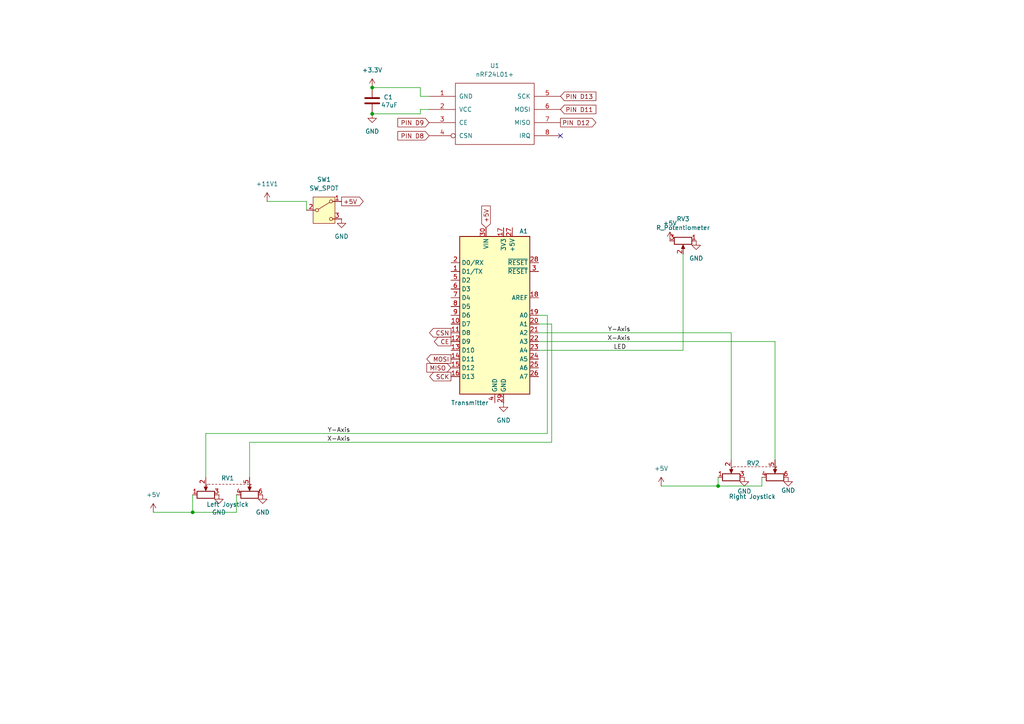
<source format=kicad_sch>
(kicad_sch
	(version 20231120)
	(generator "eeschema")
	(generator_version "8.0")
	(uuid "b7d16a62-06aa-4266-ae0d-819978c5e752")
	(paper "A4")
	(lib_symbols
		(symbol "Device:C"
			(pin_numbers hide)
			(pin_names
				(offset 0.254)
			)
			(exclude_from_sim no)
			(in_bom yes)
			(on_board yes)
			(property "Reference" "C"
				(at 0.635 2.54 0)
				(effects
					(font
						(size 1.27 1.27)
					)
					(justify left)
				)
			)
			(property "Value" "C"
				(at 0.635 -2.54 0)
				(effects
					(font
						(size 1.27 1.27)
					)
					(justify left)
				)
			)
			(property "Footprint" ""
				(at 0.9652 -3.81 0)
				(effects
					(font
						(size 1.27 1.27)
					)
					(hide yes)
				)
			)
			(property "Datasheet" "~"
				(at 0 0 0)
				(effects
					(font
						(size 1.27 1.27)
					)
					(hide yes)
				)
			)
			(property "Description" "Unpolarized capacitor"
				(at 0 0 0)
				(effects
					(font
						(size 1.27 1.27)
					)
					(hide yes)
				)
			)
			(property "ki_keywords" "cap capacitor"
				(at 0 0 0)
				(effects
					(font
						(size 1.27 1.27)
					)
					(hide yes)
				)
			)
			(property "ki_fp_filters" "C_*"
				(at 0 0 0)
				(effects
					(font
						(size 1.27 1.27)
					)
					(hide yes)
				)
			)
			(symbol "C_0_1"
				(polyline
					(pts
						(xy -2.032 -0.762) (xy 2.032 -0.762)
					)
					(stroke
						(width 0.508)
						(type default)
					)
					(fill
						(type none)
					)
				)
				(polyline
					(pts
						(xy -2.032 0.762) (xy 2.032 0.762)
					)
					(stroke
						(width 0.508)
						(type default)
					)
					(fill
						(type none)
					)
				)
			)
			(symbol "C_1_1"
				(pin passive line
					(at 0 3.81 270)
					(length 2.794)
					(name "~"
						(effects
							(font
								(size 1.27 1.27)
							)
						)
					)
					(number "1"
						(effects
							(font
								(size 1.27 1.27)
							)
						)
					)
				)
				(pin passive line
					(at 0 -3.81 90)
					(length 2.794)
					(name "~"
						(effects
							(font
								(size 1.27 1.27)
							)
						)
					)
					(number "2"
						(effects
							(font
								(size 1.27 1.27)
							)
						)
					)
				)
			)
		)
		(symbol "Device:R_Potentiometer"
			(pin_names
				(offset 1.016) hide)
			(exclude_from_sim no)
			(in_bom yes)
			(on_board yes)
			(property "Reference" "RV"
				(at -4.445 0 90)
				(effects
					(font
						(size 1.27 1.27)
					)
				)
			)
			(property "Value" "R_Potentiometer"
				(at -2.54 0 90)
				(effects
					(font
						(size 1.27 1.27)
					)
				)
			)
			(property "Footprint" ""
				(at 0 0 0)
				(effects
					(font
						(size 1.27 1.27)
					)
					(hide yes)
				)
			)
			(property "Datasheet" "~"
				(at 0 0 0)
				(effects
					(font
						(size 1.27 1.27)
					)
					(hide yes)
				)
			)
			(property "Description" "Potentiometer"
				(at 0 0 0)
				(effects
					(font
						(size 1.27 1.27)
					)
					(hide yes)
				)
			)
			(property "ki_keywords" "resistor variable"
				(at 0 0 0)
				(effects
					(font
						(size 1.27 1.27)
					)
					(hide yes)
				)
			)
			(property "ki_fp_filters" "Potentiometer*"
				(at 0 0 0)
				(effects
					(font
						(size 1.27 1.27)
					)
					(hide yes)
				)
			)
			(symbol "R_Potentiometer_0_1"
				(polyline
					(pts
						(xy 2.54 0) (xy 1.524 0)
					)
					(stroke
						(width 0)
						(type default)
					)
					(fill
						(type none)
					)
				)
				(polyline
					(pts
						(xy 1.143 0) (xy 2.286 0.508) (xy 2.286 -0.508) (xy 1.143 0)
					)
					(stroke
						(width 0)
						(type default)
					)
					(fill
						(type outline)
					)
				)
				(rectangle
					(start 1.016 2.54)
					(end -1.016 -2.54)
					(stroke
						(width 0.254)
						(type default)
					)
					(fill
						(type none)
					)
				)
			)
			(symbol "R_Potentiometer_1_1"
				(pin passive line
					(at 0 3.81 270)
					(length 1.27)
					(name "1"
						(effects
							(font
								(size 1.27 1.27)
							)
						)
					)
					(number "1"
						(effects
							(font
								(size 1.27 1.27)
							)
						)
					)
				)
				(pin passive line
					(at 3.81 0 180)
					(length 1.27)
					(name "2"
						(effects
							(font
								(size 1.27 1.27)
							)
						)
					)
					(number "2"
						(effects
							(font
								(size 1.27 1.27)
							)
						)
					)
				)
				(pin passive line
					(at 0 -3.81 90)
					(length 1.27)
					(name "3"
						(effects
							(font
								(size 1.27 1.27)
							)
						)
					)
					(number "3"
						(effects
							(font
								(size 1.27 1.27)
							)
						)
					)
				)
			)
		)
		(symbol "Device:R_Potentiometer_Dual"
			(pin_names
				(offset 1.016) hide)
			(exclude_from_sim no)
			(in_bom yes)
			(on_board yes)
			(property "Reference" "RV"
				(at 0 3.81 0)
				(effects
					(font
						(size 1.27 1.27)
					)
				)
			)
			(property "Value" "R_Potentiometer_Dual"
				(at 0 1.905 0)
				(effects
					(font
						(size 1.27 1.27)
					)
				)
			)
			(property "Footprint" ""
				(at 6.35 -1.905 0)
				(effects
					(font
						(size 1.27 1.27)
					)
					(hide yes)
				)
			)
			(property "Datasheet" "~"
				(at 6.35 -1.905 0)
				(effects
					(font
						(size 1.27 1.27)
					)
					(hide yes)
				)
			)
			(property "Description" "Dual potentiometer"
				(at 0 0 0)
				(effects
					(font
						(size 1.27 1.27)
					)
					(hide yes)
				)
			)
			(property "ki_keywords" "resistor variable"
				(at 0 0 0)
				(effects
					(font
						(size 1.27 1.27)
					)
					(hide yes)
				)
			)
			(property "ki_fp_filters" "Potentiometer*"
				(at 0 0 0)
				(effects
					(font
						(size 1.27 1.27)
					)
					(hide yes)
				)
			)
			(symbol "R_Potentiometer_Dual_0_1"
				(rectangle
					(start -8.89 -1.524)
					(end -3.81 -3.556)
					(stroke
						(width 0.254)
						(type default)
					)
					(fill
						(type none)
					)
				)
				(polyline
					(pts
						(xy -6.35 0) (xy -6.35 -1.016)
					)
					(stroke
						(width 0)
						(type default)
					)
					(fill
						(type none)
					)
				)
				(polyline
					(pts
						(xy -6.35 0) (xy -6.35 -1.016)
					)
					(stroke
						(width 0)
						(type default)
					)
					(fill
						(type none)
					)
				)
				(polyline
					(pts
						(xy -6.35 0) (xy -5.842 0.508)
					)
					(stroke
						(width 0)
						(type default)
					)
					(fill
						(type none)
					)
				)
				(polyline
					(pts
						(xy -5.588 0.508) (xy -5.08 0.508)
					)
					(stroke
						(width 0)
						(type default)
					)
					(fill
						(type none)
					)
				)
				(polyline
					(pts
						(xy -4.572 0.508) (xy -4.064 0.508)
					)
					(stroke
						(width 0)
						(type default)
					)
					(fill
						(type none)
					)
				)
				(polyline
					(pts
						(xy -3.556 0.508) (xy -3.048 0.508)
					)
					(stroke
						(width 0)
						(type default)
					)
					(fill
						(type none)
					)
				)
				(polyline
					(pts
						(xy -2.54 0.508) (xy -2.032 0.508)
					)
					(stroke
						(width 0)
						(type default)
					)
					(fill
						(type none)
					)
				)
				(polyline
					(pts
						(xy -1.524 0.508) (xy -1.016 0.508)
					)
					(stroke
						(width 0)
						(type default)
					)
					(fill
						(type none)
					)
				)
				(polyline
					(pts
						(xy -0.508 0.508) (xy 0 0.508)
					)
					(stroke
						(width 0)
						(type default)
					)
					(fill
						(type none)
					)
				)
				(polyline
					(pts
						(xy 0.508 0.508) (xy 1.016 0.508)
					)
					(stroke
						(width 0)
						(type default)
					)
					(fill
						(type none)
					)
				)
				(polyline
					(pts
						(xy 1.524 0.508) (xy 2.032 0.508)
					)
					(stroke
						(width 0)
						(type default)
					)
					(fill
						(type none)
					)
				)
				(polyline
					(pts
						(xy 2.54 0.508) (xy 3.048 0.508)
					)
					(stroke
						(width 0)
						(type default)
					)
					(fill
						(type none)
					)
				)
				(polyline
					(pts
						(xy 3.556 0.508) (xy 4.064 0.508)
					)
					(stroke
						(width 0)
						(type default)
					)
					(fill
						(type none)
					)
				)
				(polyline
					(pts
						(xy 4.572 0.508) (xy 5.08 0.508)
					)
					(stroke
						(width 0)
						(type default)
					)
					(fill
						(type none)
					)
				)
				(polyline
					(pts
						(xy 5.588 0.508) (xy 6.096 0.508)
					)
					(stroke
						(width 0)
						(type default)
					)
					(fill
						(type none)
					)
				)
				(polyline
					(pts
						(xy 6.35 0) (xy 6.35 -1.016)
					)
					(stroke
						(width 0)
						(type default)
					)
					(fill
						(type none)
					)
				)
				(polyline
					(pts
						(xy 6.35 0) (xy 6.35 -1.016)
					)
					(stroke
						(width 0)
						(type default)
					)
					(fill
						(type none)
					)
				)
				(polyline
					(pts
						(xy 6.604 0.508) (xy 6.858 0.508) (xy 6.35 0)
					)
					(stroke
						(width 0)
						(type default)
					)
					(fill
						(type none)
					)
				)
				(polyline
					(pts
						(xy -6.35 -1.397) (xy -6.858 -0.254) (xy -5.842 -0.254) (xy -6.35 -1.397)
					)
					(stroke
						(width 0)
						(type default)
					)
					(fill
						(type outline)
					)
				)
				(polyline
					(pts
						(xy 6.35 -1.397) (xy 5.842 -0.254) (xy 6.858 -0.254) (xy 6.35 -1.397)
					)
					(stroke
						(width 0)
						(type default)
					)
					(fill
						(type outline)
					)
				)
				(rectangle
					(start 3.81 -1.524)
					(end 8.89 -3.556)
					(stroke
						(width 0.254)
						(type default)
					)
					(fill
						(type none)
					)
				)
			)
			(symbol "R_Potentiometer_Dual_1_1"
				(pin passive line
					(at -10.16 -2.54 0)
					(length 1.27)
					(name "1"
						(effects
							(font
								(size 1.27 1.27)
							)
						)
					)
					(number "1"
						(effects
							(font
								(size 1.27 1.27)
							)
						)
					)
				)
				(pin passive line
					(at -6.35 2.54 270)
					(length 2.54)
					(name "2"
						(effects
							(font
								(size 1.27 1.27)
							)
						)
					)
					(number "2"
						(effects
							(font
								(size 1.27 1.27)
							)
						)
					)
				)
				(pin passive line
					(at -2.54 -2.54 180)
					(length 1.27)
					(name "3"
						(effects
							(font
								(size 1.27 1.27)
							)
						)
					)
					(number "3"
						(effects
							(font
								(size 1.27 1.27)
							)
						)
					)
				)
				(pin passive line
					(at 2.54 -2.54 0)
					(length 1.27)
					(name "4"
						(effects
							(font
								(size 1.27 1.27)
							)
						)
					)
					(number "4"
						(effects
							(font
								(size 1.27 1.27)
							)
						)
					)
				)
				(pin passive line
					(at 6.35 2.54 270)
					(length 2.54)
					(name "5"
						(effects
							(font
								(size 1.27 1.27)
							)
						)
					)
					(number "5"
						(effects
							(font
								(size 1.27 1.27)
							)
						)
					)
				)
				(pin passive line
					(at 10.16 -2.54 180)
					(length 1.27)
					(name "6"
						(effects
							(font
								(size 1.27 1.27)
							)
						)
					)
					(number "6"
						(effects
							(font
								(size 1.27 1.27)
							)
						)
					)
				)
			)
		)
		(symbol "MCU_Module:Arduino_Nano_v3.x"
			(exclude_from_sim no)
			(in_bom yes)
			(on_board yes)
			(property "Reference" "A"
				(at -10.16 23.495 0)
				(effects
					(font
						(size 1.27 1.27)
					)
					(justify left bottom)
				)
			)
			(property "Value" "Arduino_Nano_v3.x"
				(at 5.08 -24.13 0)
				(effects
					(font
						(size 1.27 1.27)
					)
					(justify left top)
				)
			)
			(property "Footprint" "Module:Arduino_Nano"
				(at 0 0 0)
				(effects
					(font
						(size 1.27 1.27)
						(italic yes)
					)
					(hide yes)
				)
			)
			(property "Datasheet" "http://www.mouser.com/pdfdocs/Gravitech_Arduino_Nano3_0.pdf"
				(at 0 0 0)
				(effects
					(font
						(size 1.27 1.27)
					)
					(hide yes)
				)
			)
			(property "Description" "Arduino Nano v3.x"
				(at 0 0 0)
				(effects
					(font
						(size 1.27 1.27)
					)
					(hide yes)
				)
			)
			(property "ki_keywords" "Arduino nano microcontroller module USB"
				(at 0 0 0)
				(effects
					(font
						(size 1.27 1.27)
					)
					(hide yes)
				)
			)
			(property "ki_fp_filters" "Arduino*Nano*"
				(at 0 0 0)
				(effects
					(font
						(size 1.27 1.27)
					)
					(hide yes)
				)
			)
			(symbol "Arduino_Nano_v3.x_0_1"
				(rectangle
					(start -10.16 22.86)
					(end 10.16 -22.86)
					(stroke
						(width 0.254)
						(type default)
					)
					(fill
						(type background)
					)
				)
			)
			(symbol "Arduino_Nano_v3.x_1_1"
				(pin bidirectional line
					(at -12.7 12.7 0)
					(length 2.54)
					(name "D1/TX"
						(effects
							(font
								(size 1.27 1.27)
							)
						)
					)
					(number "1"
						(effects
							(font
								(size 1.27 1.27)
							)
						)
					)
				)
				(pin bidirectional line
					(at -12.7 -2.54 0)
					(length 2.54)
					(name "D7"
						(effects
							(font
								(size 1.27 1.27)
							)
						)
					)
					(number "10"
						(effects
							(font
								(size 1.27 1.27)
							)
						)
					)
				)
				(pin bidirectional line
					(at -12.7 -5.08 0)
					(length 2.54)
					(name "D8"
						(effects
							(font
								(size 1.27 1.27)
							)
						)
					)
					(number "11"
						(effects
							(font
								(size 1.27 1.27)
							)
						)
					)
				)
				(pin bidirectional line
					(at -12.7 -7.62 0)
					(length 2.54)
					(name "D9"
						(effects
							(font
								(size 1.27 1.27)
							)
						)
					)
					(number "12"
						(effects
							(font
								(size 1.27 1.27)
							)
						)
					)
				)
				(pin bidirectional line
					(at -12.7 -10.16 0)
					(length 2.54)
					(name "D10"
						(effects
							(font
								(size 1.27 1.27)
							)
						)
					)
					(number "13"
						(effects
							(font
								(size 1.27 1.27)
							)
						)
					)
				)
				(pin bidirectional line
					(at -12.7 -12.7 0)
					(length 2.54)
					(name "D11"
						(effects
							(font
								(size 1.27 1.27)
							)
						)
					)
					(number "14"
						(effects
							(font
								(size 1.27 1.27)
							)
						)
					)
				)
				(pin bidirectional line
					(at -12.7 -15.24 0)
					(length 2.54)
					(name "D12"
						(effects
							(font
								(size 1.27 1.27)
							)
						)
					)
					(number "15"
						(effects
							(font
								(size 1.27 1.27)
							)
						)
					)
				)
				(pin bidirectional line
					(at -12.7 -17.78 0)
					(length 2.54)
					(name "D13"
						(effects
							(font
								(size 1.27 1.27)
							)
						)
					)
					(number "16"
						(effects
							(font
								(size 1.27 1.27)
							)
						)
					)
				)
				(pin power_out line
					(at 2.54 25.4 270)
					(length 2.54)
					(name "3V3"
						(effects
							(font
								(size 1.27 1.27)
							)
						)
					)
					(number "17"
						(effects
							(font
								(size 1.27 1.27)
							)
						)
					)
				)
				(pin input line
					(at 12.7 5.08 180)
					(length 2.54)
					(name "AREF"
						(effects
							(font
								(size 1.27 1.27)
							)
						)
					)
					(number "18"
						(effects
							(font
								(size 1.27 1.27)
							)
						)
					)
				)
				(pin bidirectional line
					(at 12.7 0 180)
					(length 2.54)
					(name "A0"
						(effects
							(font
								(size 1.27 1.27)
							)
						)
					)
					(number "19"
						(effects
							(font
								(size 1.27 1.27)
							)
						)
					)
				)
				(pin bidirectional line
					(at -12.7 15.24 0)
					(length 2.54)
					(name "D0/RX"
						(effects
							(font
								(size 1.27 1.27)
							)
						)
					)
					(number "2"
						(effects
							(font
								(size 1.27 1.27)
							)
						)
					)
				)
				(pin bidirectional line
					(at 12.7 -2.54 180)
					(length 2.54)
					(name "A1"
						(effects
							(font
								(size 1.27 1.27)
							)
						)
					)
					(number "20"
						(effects
							(font
								(size 1.27 1.27)
							)
						)
					)
				)
				(pin bidirectional line
					(at 12.7 -5.08 180)
					(length 2.54)
					(name "A2"
						(effects
							(font
								(size 1.27 1.27)
							)
						)
					)
					(number "21"
						(effects
							(font
								(size 1.27 1.27)
							)
						)
					)
				)
				(pin bidirectional line
					(at 12.7 -7.62 180)
					(length 2.54)
					(name "A3"
						(effects
							(font
								(size 1.27 1.27)
							)
						)
					)
					(number "22"
						(effects
							(font
								(size 1.27 1.27)
							)
						)
					)
				)
				(pin bidirectional line
					(at 12.7 -10.16 180)
					(length 2.54)
					(name "A4"
						(effects
							(font
								(size 1.27 1.27)
							)
						)
					)
					(number "23"
						(effects
							(font
								(size 1.27 1.27)
							)
						)
					)
				)
				(pin bidirectional line
					(at 12.7 -12.7 180)
					(length 2.54)
					(name "A5"
						(effects
							(font
								(size 1.27 1.27)
							)
						)
					)
					(number "24"
						(effects
							(font
								(size 1.27 1.27)
							)
						)
					)
				)
				(pin bidirectional line
					(at 12.7 -15.24 180)
					(length 2.54)
					(name "A6"
						(effects
							(font
								(size 1.27 1.27)
							)
						)
					)
					(number "25"
						(effects
							(font
								(size 1.27 1.27)
							)
						)
					)
				)
				(pin bidirectional line
					(at 12.7 -17.78 180)
					(length 2.54)
					(name "A7"
						(effects
							(font
								(size 1.27 1.27)
							)
						)
					)
					(number "26"
						(effects
							(font
								(size 1.27 1.27)
							)
						)
					)
				)
				(pin power_out line
					(at 5.08 25.4 270)
					(length 2.54)
					(name "+5V"
						(effects
							(font
								(size 1.27 1.27)
							)
						)
					)
					(number "27"
						(effects
							(font
								(size 1.27 1.27)
							)
						)
					)
				)
				(pin input line
					(at 12.7 15.24 180)
					(length 2.54)
					(name "~{RESET}"
						(effects
							(font
								(size 1.27 1.27)
							)
						)
					)
					(number "28"
						(effects
							(font
								(size 1.27 1.27)
							)
						)
					)
				)
				(pin power_in line
					(at 2.54 -25.4 90)
					(length 2.54)
					(name "GND"
						(effects
							(font
								(size 1.27 1.27)
							)
						)
					)
					(number "29"
						(effects
							(font
								(size 1.27 1.27)
							)
						)
					)
				)
				(pin input line
					(at 12.7 12.7 180)
					(length 2.54)
					(name "~{RESET}"
						(effects
							(font
								(size 1.27 1.27)
							)
						)
					)
					(number "3"
						(effects
							(font
								(size 1.27 1.27)
							)
						)
					)
				)
				(pin power_in line
					(at -2.54 25.4 270)
					(length 2.54)
					(name "VIN"
						(effects
							(font
								(size 1.27 1.27)
							)
						)
					)
					(number "30"
						(effects
							(font
								(size 1.27 1.27)
							)
						)
					)
				)
				(pin power_in line
					(at 0 -25.4 90)
					(length 2.54)
					(name "GND"
						(effects
							(font
								(size 1.27 1.27)
							)
						)
					)
					(number "4"
						(effects
							(font
								(size 1.27 1.27)
							)
						)
					)
				)
				(pin bidirectional line
					(at -12.7 10.16 0)
					(length 2.54)
					(name "D2"
						(effects
							(font
								(size 1.27 1.27)
							)
						)
					)
					(number "5"
						(effects
							(font
								(size 1.27 1.27)
							)
						)
					)
				)
				(pin bidirectional line
					(at -12.7 7.62 0)
					(length 2.54)
					(name "D3"
						(effects
							(font
								(size 1.27 1.27)
							)
						)
					)
					(number "6"
						(effects
							(font
								(size 1.27 1.27)
							)
						)
					)
				)
				(pin bidirectional line
					(at -12.7 5.08 0)
					(length 2.54)
					(name "D4"
						(effects
							(font
								(size 1.27 1.27)
							)
						)
					)
					(number "7"
						(effects
							(font
								(size 1.27 1.27)
							)
						)
					)
				)
				(pin bidirectional line
					(at -12.7 2.54 0)
					(length 2.54)
					(name "D5"
						(effects
							(font
								(size 1.27 1.27)
							)
						)
					)
					(number "8"
						(effects
							(font
								(size 1.27 1.27)
							)
						)
					)
				)
				(pin bidirectional line
					(at -12.7 0 0)
					(length 2.54)
					(name "D6"
						(effects
							(font
								(size 1.27 1.27)
							)
						)
					)
					(number "9"
						(effects
							(font
								(size 1.27 1.27)
							)
						)
					)
				)
			)
		)
		(symbol "Switch:SW_SPDT"
			(pin_names
				(offset 0) hide)
			(exclude_from_sim no)
			(in_bom yes)
			(on_board yes)
			(property "Reference" "SW"
				(at 0 5.08 0)
				(effects
					(font
						(size 1.27 1.27)
					)
				)
			)
			(property "Value" "SW_SPDT"
				(at 0 -5.08 0)
				(effects
					(font
						(size 1.27 1.27)
					)
				)
			)
			(property "Footprint" ""
				(at 0 0 0)
				(effects
					(font
						(size 1.27 1.27)
					)
					(hide yes)
				)
			)
			(property "Datasheet" "~"
				(at 0 -7.62 0)
				(effects
					(font
						(size 1.27 1.27)
					)
					(hide yes)
				)
			)
			(property "Description" "Switch, single pole double throw"
				(at 0 0 0)
				(effects
					(font
						(size 1.27 1.27)
					)
					(hide yes)
				)
			)
			(property "ki_keywords" "switch single-pole double-throw spdt ON-ON"
				(at 0 0 0)
				(effects
					(font
						(size 1.27 1.27)
					)
					(hide yes)
				)
			)
			(symbol "SW_SPDT_0_1"
				(circle
					(center -2.032 0)
					(radius 0.4572)
					(stroke
						(width 0)
						(type default)
					)
					(fill
						(type none)
					)
				)
				(polyline
					(pts
						(xy -1.651 0.254) (xy 1.651 2.286)
					)
					(stroke
						(width 0)
						(type default)
					)
					(fill
						(type none)
					)
				)
				(circle
					(center 2.032 -2.54)
					(radius 0.4572)
					(stroke
						(width 0)
						(type default)
					)
					(fill
						(type none)
					)
				)
				(circle
					(center 2.032 2.54)
					(radius 0.4572)
					(stroke
						(width 0)
						(type default)
					)
					(fill
						(type none)
					)
				)
			)
			(symbol "SW_SPDT_1_1"
				(rectangle
					(start -3.175 3.81)
					(end 3.175 -3.81)
					(stroke
						(width 0)
						(type default)
					)
					(fill
						(type background)
					)
				)
				(pin passive line
					(at 5.08 2.54 180)
					(length 2.54)
					(name "A"
						(effects
							(font
								(size 1.27 1.27)
							)
						)
					)
					(number "1"
						(effects
							(font
								(size 1.27 1.27)
							)
						)
					)
				)
				(pin passive line
					(at -5.08 0 0)
					(length 2.54)
					(name "B"
						(effects
							(font
								(size 1.27 1.27)
							)
						)
					)
					(number "2"
						(effects
							(font
								(size 1.27 1.27)
							)
						)
					)
				)
				(pin passive line
					(at 5.08 -2.54 180)
					(length 2.54)
					(name "C"
						(effects
							(font
								(size 1.27 1.27)
							)
						)
					)
					(number "3"
						(effects
							(font
								(size 1.27 1.27)
							)
						)
					)
				)
			)
		)
		(symbol "nRF24L01+:nRF24L01+"
			(pin_names
				(offset 1.016)
			)
			(exclude_from_sim no)
			(in_bom yes)
			(on_board yes)
			(property "Reference" "U"
				(at 0 -7.62 0)
				(effects
					(font
						(size 1.27 1.27)
					)
				)
			)
			(property "Value" "nRF24L01+"
				(at 0 7.62 0)
				(effects
					(font
						(size 1.27 1.27)
					)
				)
			)
			(property "Footprint" "MODULE"
				(at 0 2.54 0)
				(effects
					(font
						(size 1.27 1.27)
					)
					(hide yes)
				)
			)
			(property "Datasheet" "DOCUMENTATION"
				(at 0 -1.27 0)
				(effects
					(font
						(size 1.27 1.27)
					)
					(hide yes)
				)
			)
			(property "Description" ""
				(at 0 0 0)
				(effects
					(font
						(size 1.27 1.27)
					)
					(hide yes)
				)
			)
			(symbol "nRF24L01+_1_0"
				(rectangle
					(start -11.43 -8.89)
					(end 11.43 8.89)
					(stroke
						(width 0)
						(type solid)
					)
					(fill
						(type none)
					)
				)
			)
			(symbol "nRF24L01+_1_1"
				(pin power_in line
					(at -19.05 5.08 0)
					(length 7.62)
					(name "GND"
						(effects
							(font
								(size 1.27 1.27)
							)
						)
					)
					(number "1"
						(effects
							(font
								(size 1.27 1.27)
							)
						)
					)
				)
				(pin power_in line
					(at -19.05 1.27 0)
					(length 7.62)
					(name "VCC"
						(effects
							(font
								(size 1.27 1.27)
							)
						)
					)
					(number "2"
						(effects
							(font
								(size 1.27 1.27)
							)
						)
					)
				)
				(pin input line
					(at -19.05 -2.54 0)
					(length 7.62)
					(name "CE"
						(effects
							(font
								(size 1.27 1.27)
							)
						)
					)
					(number "3"
						(effects
							(font
								(size 1.27 1.27)
							)
						)
					)
				)
				(pin input inverted
					(at -19.05 -6.35 0)
					(length 7.62)
					(name "CSN"
						(effects
							(font
								(size 1.27 1.27)
							)
						)
					)
					(number "4"
						(effects
							(font
								(size 1.27 1.27)
							)
						)
					)
				)
				(pin input line
					(at 19.05 5.08 180)
					(length 7.62)
					(name "SCK"
						(effects
							(font
								(size 1.27 1.27)
							)
						)
					)
					(number "5"
						(effects
							(font
								(size 1.27 1.27)
							)
						)
					)
				)
				(pin input line
					(at 19.05 1.27 180)
					(length 7.62)
					(name "MOSI"
						(effects
							(font
								(size 1.27 1.27)
							)
						)
					)
					(number "6"
						(effects
							(font
								(size 1.27 1.27)
							)
						)
					)
				)
				(pin output line
					(at 19.05 -2.54 180)
					(length 7.62)
					(name "MISO"
						(effects
							(font
								(size 1.27 1.27)
							)
						)
					)
					(number "7"
						(effects
							(font
								(size 1.27 1.27)
							)
						)
					)
				)
				(pin output line
					(at 19.05 -6.35 180)
					(length 7.62)
					(name "IRQ"
						(effects
							(font
								(size 1.27 1.27)
							)
						)
					)
					(number "8"
						(effects
							(font
								(size 1.27 1.27)
							)
						)
					)
				)
			)
		)
		(symbol "power:+3.3V"
			(power)
			(pin_numbers hide)
			(pin_names
				(offset 0) hide)
			(exclude_from_sim no)
			(in_bom yes)
			(on_board yes)
			(property "Reference" "#PWR"
				(at 0 -3.81 0)
				(effects
					(font
						(size 1.27 1.27)
					)
					(hide yes)
				)
			)
			(property "Value" "+3.3V"
				(at 0 3.556 0)
				(effects
					(font
						(size 1.27 1.27)
					)
				)
			)
			(property "Footprint" ""
				(at 0 0 0)
				(effects
					(font
						(size 1.27 1.27)
					)
					(hide yes)
				)
			)
			(property "Datasheet" ""
				(at 0 0 0)
				(effects
					(font
						(size 1.27 1.27)
					)
					(hide yes)
				)
			)
			(property "Description" "Power symbol creates a global label with name \"+3.3V\""
				(at 0 0 0)
				(effects
					(font
						(size 1.27 1.27)
					)
					(hide yes)
				)
			)
			(property "ki_keywords" "global power"
				(at 0 0 0)
				(effects
					(font
						(size 1.27 1.27)
					)
					(hide yes)
				)
			)
			(symbol "+3.3V_0_1"
				(polyline
					(pts
						(xy -0.762 1.27) (xy 0 2.54)
					)
					(stroke
						(width 0)
						(type default)
					)
					(fill
						(type none)
					)
				)
				(polyline
					(pts
						(xy 0 0) (xy 0 2.54)
					)
					(stroke
						(width 0)
						(type default)
					)
					(fill
						(type none)
					)
				)
				(polyline
					(pts
						(xy 0 2.54) (xy 0.762 1.27)
					)
					(stroke
						(width 0)
						(type default)
					)
					(fill
						(type none)
					)
				)
			)
			(symbol "+3.3V_1_1"
				(pin power_in line
					(at 0 0 90)
					(length 0)
					(name "~"
						(effects
							(font
								(size 1.27 1.27)
							)
						)
					)
					(number "1"
						(effects
							(font
								(size 1.27 1.27)
							)
						)
					)
				)
			)
		)
		(symbol "power:+5V"
			(power)
			(pin_numbers hide)
			(pin_names
				(offset 0) hide)
			(exclude_from_sim no)
			(in_bom yes)
			(on_board yes)
			(property "Reference" "#PWR"
				(at 0 -3.81 0)
				(effects
					(font
						(size 1.27 1.27)
					)
					(hide yes)
				)
			)
			(property "Value" "+5V"
				(at 0 3.556 0)
				(effects
					(font
						(size 1.27 1.27)
					)
				)
			)
			(property "Footprint" ""
				(at 0 0 0)
				(effects
					(font
						(size 1.27 1.27)
					)
					(hide yes)
				)
			)
			(property "Datasheet" ""
				(at 0 0 0)
				(effects
					(font
						(size 1.27 1.27)
					)
					(hide yes)
				)
			)
			(property "Description" "Power symbol creates a global label with name \"+5V\""
				(at 0 0 0)
				(effects
					(font
						(size 1.27 1.27)
					)
					(hide yes)
				)
			)
			(property "ki_keywords" "global power"
				(at 0 0 0)
				(effects
					(font
						(size 1.27 1.27)
					)
					(hide yes)
				)
			)
			(symbol "+5V_0_1"
				(polyline
					(pts
						(xy -0.762 1.27) (xy 0 2.54)
					)
					(stroke
						(width 0)
						(type default)
					)
					(fill
						(type none)
					)
				)
				(polyline
					(pts
						(xy 0 0) (xy 0 2.54)
					)
					(stroke
						(width 0)
						(type default)
					)
					(fill
						(type none)
					)
				)
				(polyline
					(pts
						(xy 0 2.54) (xy 0.762 1.27)
					)
					(stroke
						(width 0)
						(type default)
					)
					(fill
						(type none)
					)
				)
			)
			(symbol "+5V_1_1"
				(pin power_in line
					(at 0 0 90)
					(length 0)
					(name "~"
						(effects
							(font
								(size 1.27 1.27)
							)
						)
					)
					(number "1"
						(effects
							(font
								(size 1.27 1.27)
							)
						)
					)
				)
			)
		)
		(symbol "power:GND"
			(power)
			(pin_numbers hide)
			(pin_names
				(offset 0) hide)
			(exclude_from_sim no)
			(in_bom yes)
			(on_board yes)
			(property "Reference" "#PWR"
				(at 0 -6.35 0)
				(effects
					(font
						(size 1.27 1.27)
					)
					(hide yes)
				)
			)
			(property "Value" "GND"
				(at 0 -3.81 0)
				(effects
					(font
						(size 1.27 1.27)
					)
				)
			)
			(property "Footprint" ""
				(at 0 0 0)
				(effects
					(font
						(size 1.27 1.27)
					)
					(hide yes)
				)
			)
			(property "Datasheet" ""
				(at 0 0 0)
				(effects
					(font
						(size 1.27 1.27)
					)
					(hide yes)
				)
			)
			(property "Description" "Power symbol creates a global label with name \"GND\" , ground"
				(at 0 0 0)
				(effects
					(font
						(size 1.27 1.27)
					)
					(hide yes)
				)
			)
			(property "ki_keywords" "global power"
				(at 0 0 0)
				(effects
					(font
						(size 1.27 1.27)
					)
					(hide yes)
				)
			)
			(symbol "GND_0_1"
				(polyline
					(pts
						(xy 0 0) (xy 0 -1.27) (xy 1.27 -1.27) (xy 0 -2.54) (xy -1.27 -1.27) (xy 0 -1.27)
					)
					(stroke
						(width 0)
						(type default)
					)
					(fill
						(type none)
					)
				)
			)
			(symbol "GND_1_1"
				(pin power_in line
					(at 0 0 270)
					(length 0)
					(name "~"
						(effects
							(font
								(size 1.27 1.27)
							)
						)
					)
					(number "1"
						(effects
							(font
								(size 1.27 1.27)
							)
						)
					)
				)
			)
		)
		(symbol "power:VCC"
			(power)
			(pin_numbers hide)
			(pin_names
				(offset 0) hide)
			(exclude_from_sim no)
			(in_bom yes)
			(on_board yes)
			(property "Reference" "#PWR"
				(at 0 -3.81 0)
				(effects
					(font
						(size 1.27 1.27)
					)
					(hide yes)
				)
			)
			(property "Value" "VCC"
				(at 0 3.556 0)
				(effects
					(font
						(size 1.27 1.27)
					)
				)
			)
			(property "Footprint" ""
				(at 0 0 0)
				(effects
					(font
						(size 1.27 1.27)
					)
					(hide yes)
				)
			)
			(property "Datasheet" ""
				(at 0 0 0)
				(effects
					(font
						(size 1.27 1.27)
					)
					(hide yes)
				)
			)
			(property "Description" "Power symbol creates a global label with name \"VCC\""
				(at 0 0 0)
				(effects
					(font
						(size 1.27 1.27)
					)
					(hide yes)
				)
			)
			(property "ki_keywords" "global power"
				(at 0 0 0)
				(effects
					(font
						(size 1.27 1.27)
					)
					(hide yes)
				)
			)
			(symbol "VCC_0_1"
				(polyline
					(pts
						(xy -0.762 1.27) (xy 0 2.54)
					)
					(stroke
						(width 0)
						(type default)
					)
					(fill
						(type none)
					)
				)
				(polyline
					(pts
						(xy 0 0) (xy 0 2.54)
					)
					(stroke
						(width 0)
						(type default)
					)
					(fill
						(type none)
					)
				)
				(polyline
					(pts
						(xy 0 2.54) (xy 0.762 1.27)
					)
					(stroke
						(width 0)
						(type default)
					)
					(fill
						(type none)
					)
				)
			)
			(symbol "VCC_1_1"
				(pin power_in line
					(at 0 0 90)
					(length 0)
					(name "~"
						(effects
							(font
								(size 1.27 1.27)
							)
						)
					)
					(number "1"
						(effects
							(font
								(size 1.27 1.27)
							)
						)
					)
				)
			)
		)
	)
	(junction
		(at 107.95 33.02)
		(diameter 0)
		(color 0 0 0 0)
		(uuid "264f6c09-9b07-440e-ac42-b9194355ad0f")
	)
	(junction
		(at 107.95 25.4)
		(diameter 0)
		(color 0 0 0 0)
		(uuid "6ef88167-0e47-46c8-8863-3f0830b47a49")
	)
	(junction
		(at 208.28 140.97)
		(diameter 0)
		(color 0 0 0 0)
		(uuid "7bde8448-4b43-4610-ada9-ad4e958adb24")
	)
	(junction
		(at 55.88 148.59)
		(diameter 0)
		(color 0 0 0 0)
		(uuid "f0ed2379-4f3c-4e48-a4c0-3f3cb45a8a30")
	)
	(no_connect
		(at 162.56 39.37)
		(uuid "ffbda335-5fa5-4ca7-9538-ac51cd402668")
	)
	(wire
		(pts
			(xy 59.69 125.73) (xy 158.75 125.73)
		)
		(stroke
			(width 0)
			(type default)
		)
		(uuid "0ca1ecb9-930c-4882-adf1-5c25efbfb278")
	)
	(wire
		(pts
			(xy 121.92 27.94) (xy 124.46 27.94)
		)
		(stroke
			(width 0)
			(type default)
		)
		(uuid "126ea2ff-d2f7-4a2c-b4e6-9932898707fb")
	)
	(wire
		(pts
			(xy 220.98 140.97) (xy 220.98 138.43)
		)
		(stroke
			(width 0)
			(type default)
		)
		(uuid "14a82bd0-b61a-49f3-86d8-f045c037429b")
	)
	(wire
		(pts
			(xy 198.12 73.66) (xy 198.12 101.6)
		)
		(stroke
			(width 0)
			(type default)
		)
		(uuid "2fb3b42b-e72a-4721-bacc-d706de6763f3")
	)
	(wire
		(pts
			(xy 160.02 93.98) (xy 156.21 93.98)
		)
		(stroke
			(width 0)
			(type default)
		)
		(uuid "3747590f-1a75-4a75-9f6c-5b0428c49ab3")
	)
	(wire
		(pts
			(xy 160.02 128.27) (xy 160.02 93.98)
		)
		(stroke
			(width 0)
			(type default)
		)
		(uuid "437d77a9-6b04-413f-9aa1-d2377ca4c572")
	)
	(wire
		(pts
			(xy 212.09 96.52) (xy 156.21 96.52)
		)
		(stroke
			(width 0)
			(type default)
		)
		(uuid "43af3155-d0bc-4c46-84e7-ca4c02da9ee7")
	)
	(wire
		(pts
			(xy 59.69 138.43) (xy 59.69 125.73)
		)
		(stroke
			(width 0)
			(type default)
		)
		(uuid "4bdeebfe-c9fd-4f25-8d7b-5cc39e853167")
	)
	(wire
		(pts
			(xy 55.88 148.59) (xy 55.88 143.51)
		)
		(stroke
			(width 0)
			(type default)
		)
		(uuid "607e8071-58b7-4f39-b26e-8c94756e4112")
	)
	(wire
		(pts
			(xy 107.95 33.02) (xy 121.92 33.02)
		)
		(stroke
			(width 0)
			(type default)
		)
		(uuid "63c22507-9409-450d-adb4-c18ecceea5c3")
	)
	(wire
		(pts
			(xy 72.39 138.43) (xy 72.39 128.27)
		)
		(stroke
			(width 0)
			(type default)
		)
		(uuid "6883c2bf-c01a-4e8f-a395-01905a01780b")
	)
	(wire
		(pts
			(xy 44.45 148.59) (xy 55.88 148.59)
		)
		(stroke
			(width 0)
			(type default)
		)
		(uuid "6ee823c5-f0e5-4976-aa7e-cc3de6eb13dc")
	)
	(wire
		(pts
			(xy 121.92 31.75) (xy 124.46 31.75)
		)
		(stroke
			(width 0)
			(type default)
		)
		(uuid "709aba00-1519-47e5-9fd3-78a4c039542b")
	)
	(wire
		(pts
			(xy 68.58 148.59) (xy 68.58 143.51)
		)
		(stroke
			(width 0)
			(type default)
		)
		(uuid "8ac4f1f1-13c7-4d22-9a29-e098ef34f035")
	)
	(wire
		(pts
			(xy 191.77 140.97) (xy 208.28 140.97)
		)
		(stroke
			(width 0)
			(type default)
		)
		(uuid "96d9c500-d5f6-4369-9a2f-d1e9b59631f7")
	)
	(wire
		(pts
			(xy 208.28 140.97) (xy 220.98 140.97)
		)
		(stroke
			(width 0)
			(type default)
		)
		(uuid "975e2241-e759-4560-bf6a-304347c42e07")
	)
	(wire
		(pts
			(xy 55.88 148.59) (xy 68.58 148.59)
		)
		(stroke
			(width 0)
			(type default)
		)
		(uuid "a8523f18-9ed1-43fc-8b2a-13aae64b4ebe")
	)
	(wire
		(pts
			(xy 121.92 25.4) (xy 121.92 27.94)
		)
		(stroke
			(width 0)
			(type default)
		)
		(uuid "ab0ea918-8496-489d-9a7d-c92b77e2e407")
	)
	(wire
		(pts
			(xy 224.79 133.35) (xy 224.79 99.06)
		)
		(stroke
			(width 0)
			(type default)
		)
		(uuid "b188c06e-b90f-4d0e-a12d-3e2fdcda64dd")
	)
	(wire
		(pts
			(xy 121.92 33.02) (xy 121.92 31.75)
		)
		(stroke
			(width 0)
			(type default)
		)
		(uuid "b3fe163e-30f8-47d1-8604-23827b8b1f0b")
	)
	(wire
		(pts
			(xy 158.75 91.44) (xy 156.21 91.44)
		)
		(stroke
			(width 0)
			(type default)
		)
		(uuid "ba15f88e-20ca-4ea6-a186-d8d585f47c37")
	)
	(wire
		(pts
			(xy 198.12 101.6) (xy 156.21 101.6)
		)
		(stroke
			(width 0)
			(type default)
		)
		(uuid "c61aabba-4cb0-45ff-bf88-6e3062c64562")
	)
	(wire
		(pts
			(xy 77.47 58.42) (xy 88.9 58.42)
		)
		(stroke
			(width 0)
			(type default)
		)
		(uuid "cae7c483-ea0e-4b08-ba0f-53f5998edd06")
	)
	(wire
		(pts
			(xy 88.9 58.42) (xy 88.9 60.96)
		)
		(stroke
			(width 0)
			(type default)
		)
		(uuid "dac95035-6a91-480a-9fe6-4122abefb9e1")
	)
	(wire
		(pts
			(xy 158.75 125.73) (xy 158.75 91.44)
		)
		(stroke
			(width 0)
			(type default)
		)
		(uuid "df8722e8-fe36-49b2-9bb4-dfbb18f7d094")
	)
	(wire
		(pts
			(xy 212.09 133.35) (xy 212.09 96.52)
		)
		(stroke
			(width 0)
			(type default)
		)
		(uuid "ed3380ad-ee16-4199-b6d1-6be24ee033c5")
	)
	(wire
		(pts
			(xy 208.28 140.97) (xy 208.28 138.43)
		)
		(stroke
			(width 0)
			(type default)
		)
		(uuid "ee3e9b14-3915-4d5a-83e9-6deb29362d59")
	)
	(wire
		(pts
			(xy 107.95 25.4) (xy 121.92 25.4)
		)
		(stroke
			(width 0)
			(type default)
		)
		(uuid "f3f64815-e4d8-4a00-8d64-bab5f3659453")
	)
	(wire
		(pts
			(xy 72.39 128.27) (xy 160.02 128.27)
		)
		(stroke
			(width 0)
			(type default)
		)
		(uuid "f591889b-fcb2-4bf2-8b1d-438294266af6")
	)
	(wire
		(pts
			(xy 224.79 99.06) (xy 156.21 99.06)
		)
		(stroke
			(width 0)
			(type default)
		)
		(uuid "fe134e92-2007-46fe-801f-32460b495588")
	)
	(label "LED"
		(at 181.61 101.6 180)
		(fields_autoplaced yes)
		(effects
			(font
				(size 1.27 1.27)
			)
			(justify right bottom)
		)
		(uuid "178a4219-028f-4acd-bc2e-3dceafe098fb")
	)
	(label "Y-Axis"
		(at 101.6 125.73 180)
		(fields_autoplaced yes)
		(effects
			(font
				(size 1.27 1.27)
			)
			(justify right bottom)
		)
		(uuid "65c98c55-cbc8-46c9-a169-f61856f3ff24")
	)
	(label "X-Axis"
		(at 182.88 99.06 180)
		(fields_autoplaced yes)
		(effects
			(font
				(size 1.27 1.27)
			)
			(justify right bottom)
		)
		(uuid "a3a9a054-c9f4-4c4a-85bf-2a30082f3bfe")
	)
	(label "Y-Axis"
		(at 182.88 96.52 180)
		(fields_autoplaced yes)
		(effects
			(font
				(size 1.27 1.27)
			)
			(justify right bottom)
		)
		(uuid "e47c0113-5942-41fc-bd76-617609d002d6")
	)
	(label "X-Axis"
		(at 101.6 128.27 180)
		(fields_autoplaced yes)
		(effects
			(font
				(size 1.27 1.27)
			)
			(justify right bottom)
		)
		(uuid "f636bdbd-b361-4fbd-937e-93fd07d0459a")
	)
	(global_label "CSN"
		(shape output)
		(at 130.81 96.52 180)
		(fields_autoplaced yes)
		(effects
			(font
				(size 1.27 1.27)
			)
			(justify right)
		)
		(uuid "09e6b5cf-8b98-435b-916a-b076b678015e")
		(property "Intersheetrefs" "${INTERSHEET_REFS}"
			(at 124.0148 96.52 0)
			(effects
				(font
					(size 1.27 1.27)
				)
				(justify right)
				(hide yes)
			)
		)
	)
	(global_label "SCK"
		(shape output)
		(at 130.81 109.22 180)
		(fields_autoplaced yes)
		(effects
			(font
				(size 1.27 1.27)
			)
			(justify right)
		)
		(uuid "391e6aab-499a-4f2b-bb2c-e6ef24e5ae75")
		(property "Intersheetrefs" "${INTERSHEET_REFS}"
			(at 124.0753 109.22 0)
			(effects
				(font
					(size 1.27 1.27)
				)
				(justify right)
				(hide yes)
			)
		)
	)
	(global_label "PIN D12"
		(shape output)
		(at 162.56 35.56 0)
		(fields_autoplaced yes)
		(effects
			(font
				(size 1.27 1.27)
			)
			(justify left)
		)
		(uuid "73c9e110-5435-46c1-89bc-11842f97ed3f")
		(property "Intersheetrefs" "${INTERSHEET_REFS}"
			(at 173.4071 35.56 0)
			(effects
				(font
					(size 1.27 1.27)
				)
				(justify left)
				(hide yes)
			)
		)
	)
	(global_label "CE"
		(shape output)
		(at 130.81 99.06 180)
		(fields_autoplaced yes)
		(effects
			(font
				(size 1.27 1.27)
			)
			(justify right)
		)
		(uuid "aeb25310-3c56-41bf-b295-8423863c7494")
		(property "Intersheetrefs" "${INTERSHEET_REFS}"
			(at 125.4058 99.06 0)
			(effects
				(font
					(size 1.27 1.27)
				)
				(justify right)
				(hide yes)
			)
		)
	)
	(global_label "MOSI"
		(shape output)
		(at 130.81 104.14 180)
		(fields_autoplaced yes)
		(effects
			(font
				(size 1.27 1.27)
			)
			(justify right)
		)
		(uuid "b49c6ef5-e6bd-44c0-8927-b2e40eea49fd")
		(property "Intersheetrefs" "${INTERSHEET_REFS}"
			(at 123.2286 104.14 0)
			(effects
				(font
					(size 1.27 1.27)
				)
				(justify right)
				(hide yes)
			)
		)
	)
	(global_label "PIN D9"
		(shape input)
		(at 124.46 35.56 180)
		(fields_autoplaced yes)
		(effects
			(font
				(size 1.27 1.27)
			)
			(justify right)
		)
		(uuid "b5bb83cd-aae3-484d-90f0-f85954d545c6")
		(property "Intersheetrefs" "${INTERSHEET_REFS}"
			(at 114.8224 35.56 0)
			(effects
				(font
					(size 1.27 1.27)
				)
				(justify right)
				(hide yes)
			)
		)
	)
	(global_label "PIN D13"
		(shape input)
		(at 162.56 27.94 0)
		(fields_autoplaced yes)
		(effects
			(font
				(size 1.27 1.27)
			)
			(justify left)
		)
		(uuid "c48bd746-1a69-4766-91e8-5882f8297449")
		(property "Intersheetrefs" "${INTERSHEET_REFS}"
			(at 173.4071 27.94 0)
			(effects
				(font
					(size 1.27 1.27)
				)
				(justify left)
				(hide yes)
			)
		)
	)
	(global_label "+5V"
		(shape output)
		(at 99.06 58.42 0)
		(fields_autoplaced yes)
		(effects
			(font
				(size 1.27 1.27)
			)
			(justify left)
		)
		(uuid "d26bedf5-10ac-4010-9796-2ed719984321")
		(property "Intersheetrefs" "${INTERSHEET_REFS}"
			(at 105.9157 58.42 0)
			(effects
				(font
					(size 1.27 1.27)
				)
				(justify left)
				(hide yes)
			)
		)
	)
	(global_label "PIN D11"
		(shape input)
		(at 162.56 31.75 0)
		(fields_autoplaced yes)
		(effects
			(font
				(size 1.27 1.27)
			)
			(justify left)
		)
		(uuid "e020f4ef-3cd4-4ee2-8339-da3703476fcb")
		(property "Intersheetrefs" "${INTERSHEET_REFS}"
			(at 173.4071 31.75 0)
			(effects
				(font
					(size 1.27 1.27)
				)
				(justify left)
				(hide yes)
			)
		)
	)
	(global_label "PIN D8"
		(shape input)
		(at 124.46 39.37 180)
		(fields_autoplaced yes)
		(effects
			(font
				(size 1.27 1.27)
			)
			(justify right)
		)
		(uuid "ec3e8f37-2007-4f4f-8df2-76c899ef479a")
		(property "Intersheetrefs" "${INTERSHEET_REFS}"
			(at 114.8224 39.37 0)
			(effects
				(font
					(size 1.27 1.27)
				)
				(justify right)
				(hide yes)
			)
		)
	)
	(global_label "MISO"
		(shape input)
		(at 130.81 106.68 180)
		(fields_autoplaced yes)
		(effects
			(font
				(size 1.27 1.27)
			)
			(justify right)
		)
		(uuid "f9864090-ea5d-4c44-8f61-9640f0ea688e")
		(property "Intersheetrefs" "${INTERSHEET_REFS}"
			(at 138.3914 106.68 0)
			(effects
				(font
					(size 1.27 1.27)
				)
				(justify left)
				(hide yes)
			)
		)
	)
	(global_label "+5V"
		(shape input)
		(at 140.97 66.04 90)
		(fields_autoplaced yes)
		(effects
			(font
				(size 1.27 1.27)
			)
			(justify left)
		)
		(uuid "fa9a143e-15d0-464e-9fa0-3c80710e12fd")
		(property "Intersheetrefs" "${INTERSHEET_REFS}"
			(at 140.97 59.1843 90)
			(effects
				(font
					(size 1.27 1.27)
				)
				(justify left)
				(hide yes)
			)
		)
	)
	(symbol
		(lib_id "power:GND")
		(at 215.9 138.43 0)
		(unit 1)
		(exclude_from_sim no)
		(in_bom yes)
		(on_board yes)
		(dnp no)
		(uuid "1697e1e7-ad10-44a8-a8d8-c4afdad20354")
		(property "Reference" "#PWR06"
			(at 215.9 144.78 0)
			(effects
				(font
					(size 1.27 1.27)
				)
				(hide yes)
			)
		)
		(property "Value" "GND"
			(at 215.9 142.494 0)
			(effects
				(font
					(size 1.27 1.27)
				)
			)
		)
		(property "Footprint" ""
			(at 215.9 138.43 0)
			(effects
				(font
					(size 1.27 1.27)
				)
				(hide yes)
			)
		)
		(property "Datasheet" ""
			(at 215.9 138.43 0)
			(effects
				(font
					(size 1.27 1.27)
				)
				(hide yes)
			)
		)
		(property "Description" "Power symbol creates a global label with name \"GND\" , ground"
			(at 215.9 138.43 0)
			(effects
				(font
					(size 1.27 1.27)
				)
				(hide yes)
			)
		)
		(pin "1"
			(uuid "8a31e37d-0c3e-4970-91fe-97713a5bf46f")
		)
		(instances
			(project "Transmitter 1.1"
				(path "/b7d16a62-06aa-4266-ae0d-819978c5e752"
					(reference "#PWR06")
					(unit 1)
				)
			)
		)
	)
	(symbol
		(lib_id "Device:R_Potentiometer_Dual")
		(at 66.04 140.97 0)
		(unit 1)
		(exclude_from_sim no)
		(in_bom yes)
		(on_board yes)
		(dnp no)
		(uuid "1a82118d-1d2e-487d-8e77-6868fc0d5302")
		(property "Reference" "RV1"
			(at 66.04 138.684 0)
			(effects
				(font
					(size 1.27 1.27)
				)
			)
		)
		(property "Value" "Left Joystick"
			(at 66.04 146.304 0)
			(effects
				(font
					(size 1.27 1.27)
				)
			)
		)
		(property "Footprint" ""
			(at 72.39 142.875 0)
			(effects
				(font
					(size 1.27 1.27)
				)
				(hide yes)
			)
		)
		(property "Datasheet" "~"
			(at 72.39 142.875 0)
			(effects
				(font
					(size 1.27 1.27)
				)
				(hide yes)
			)
		)
		(property "Description" "Dual potentiometer"
			(at 66.04 140.97 0)
			(effects
				(font
					(size 1.27 1.27)
				)
				(hide yes)
			)
		)
		(pin "5"
			(uuid "fea08485-0ad1-4bab-92ab-16460c8b34a5")
		)
		(pin "3"
			(uuid "87fc9912-9399-42af-919d-08a332de3f2b")
		)
		(pin "6"
			(uuid "1c01ef91-1f3f-40e6-9029-33d2b2da19cc")
		)
		(pin "4"
			(uuid "28d837ea-81a6-4511-b194-d71ff84b3e46")
		)
		(pin "1"
			(uuid "22b40151-4bf0-4cae-b2e4-65b398fc792b")
		)
		(pin "2"
			(uuid "49c194a8-67b4-4fd2-ad19-c3afddec2ec2")
		)
		(instances
			(project "Transmitter 1.1"
				(path "/b7d16a62-06aa-4266-ae0d-819978c5e752"
					(reference "RV1")
					(unit 1)
				)
			)
		)
	)
	(symbol
		(lib_id "Device:C")
		(at 107.95 29.21 0)
		(unit 1)
		(exclude_from_sim no)
		(in_bom yes)
		(on_board yes)
		(dnp no)
		(uuid "1bdeb04d-6968-4ca5-bcd7-ed263ba593ee")
		(property "Reference" "C1"
			(at 111.252 28.194 0)
			(effects
				(font
					(size 1.27 1.27)
				)
				(justify left)
			)
		)
		(property "Value" "47uF"
			(at 110.49 30.48 0)
			(effects
				(font
					(size 1.27 1.27)
				)
				(justify left)
			)
		)
		(property "Footprint" ""
			(at 108.9152 33.02 0)
			(effects
				(font
					(size 1.27 1.27)
				)
				(hide yes)
			)
		)
		(property "Datasheet" "~"
			(at 107.95 29.21 0)
			(effects
				(font
					(size 1.27 1.27)
				)
				(hide yes)
			)
		)
		(property "Description" "Unpolarized capacitor"
			(at 107.95 29.21 0)
			(effects
				(font
					(size 1.27 1.27)
				)
				(hide yes)
			)
		)
		(pin "1"
			(uuid "c337f9a5-60a7-4f44-9978-af78e6db9a31")
		)
		(pin "2"
			(uuid "f172e44b-ab6c-4b68-9b28-3aec56e972c9")
		)
		(instances
			(project "Transmitter 1.1"
				(path "/b7d16a62-06aa-4266-ae0d-819978c5e752"
					(reference "C1")
					(unit 1)
				)
			)
		)
	)
	(symbol
		(lib_id "MCU_Module:Arduino_Nano_v3.x")
		(at 143.51 91.44 0)
		(unit 1)
		(exclude_from_sim no)
		(in_bom yes)
		(on_board yes)
		(dnp no)
		(uuid "1c7fbcd0-1ac0-4cf7-bdf8-fd01dfe2f515")
		(property "Reference" "A1"
			(at 150.622 67.056 0)
			(effects
				(font
					(size 1.27 1.27)
				)
				(justify left)
			)
		)
		(property "Value" "Transmitter"
			(at 130.81 116.84 0)
			(effects
				(font
					(size 1.27 1.27)
				)
				(justify left)
			)
		)
		(property "Footprint" "Module:Arduino_Nano"
			(at 143.51 91.44 0)
			(effects
				(font
					(size 1.27 1.27)
					(italic yes)
				)
				(hide yes)
			)
		)
		(property "Datasheet" "http://www.mouser.com/pdfdocs/Gravitech_Arduino_Nano3_0.pdf"
			(at 143.51 91.44 0)
			(effects
				(font
					(size 1.27 1.27)
				)
				(hide yes)
			)
		)
		(property "Description" "Arduino Nano v3.x"
			(at 143.51 91.44 0)
			(effects
				(font
					(size 1.27 1.27)
				)
				(hide yes)
			)
		)
		(pin "5"
			(uuid "f56ebf2c-28bc-438f-a06b-702a8b545ecf")
		)
		(pin "27"
			(uuid "8259bb2d-58d7-4a29-a18a-0d2a5b6b24de")
		)
		(pin "1"
			(uuid "5b035abe-e45a-4733-b85a-1a0b6a58d004")
		)
		(pin "10"
			(uuid "37a5fdee-69aa-4855-a504-a51222e7f70c")
		)
		(pin "23"
			(uuid "b33f1ada-a72a-42cb-9c08-0bc1ee0b9558")
		)
		(pin "13"
			(uuid "7ccca984-134d-490c-80cc-711944558f73")
		)
		(pin "16"
			(uuid "19f03910-c9d0-454f-9472-0e180bf42c48")
		)
		(pin "11"
			(uuid "355f7029-83d7-4019-88db-13cc89fc9b12")
		)
		(pin "14"
			(uuid "a9b34835-637b-4112-bb4e-4adf70837718")
		)
		(pin "19"
			(uuid "fb344718-3833-49a6-b894-a0af8c161ca2")
		)
		(pin "29"
			(uuid "1ed6a24d-0834-4819-893d-c3e258046e12")
		)
		(pin "22"
			(uuid "730a14b3-2a5e-4b0c-be47-a7382e323b6b")
		)
		(pin "24"
			(uuid "bb6dc3e9-61b9-4df4-b11c-4c6dd2614626")
		)
		(pin "4"
			(uuid "7be1fab8-be59-4a63-aa01-e7241b5fdea4")
		)
		(pin "7"
			(uuid "a77db596-ccef-4212-8dc1-de0d332c3980")
		)
		(pin "8"
			(uuid "0c88dbf7-bfd8-46c4-85d6-ea2662c016ff")
		)
		(pin "21"
			(uuid "0230c669-4899-48ab-901c-158417b10e3f")
		)
		(pin "25"
			(uuid "8d62d7ae-a4f1-4cec-9cfa-27045713216f")
		)
		(pin "26"
			(uuid "de26d550-7722-414c-a00c-7cfb0daf14b2")
		)
		(pin "6"
			(uuid "8324f2ea-cb5a-42c5-9af7-e96f158f6dbd")
		)
		(pin "12"
			(uuid "70d14543-fe2d-476f-9ab2-d7edfa11114c")
		)
		(pin "15"
			(uuid "7d443c39-dacd-4b75-893b-64da4bf408aa")
		)
		(pin "3"
			(uuid "fd7f0854-3f09-4d88-950a-7ed6ae2bbb94")
		)
		(pin "18"
			(uuid "4dcf87cf-328d-435a-8e87-9c0461428785")
		)
		(pin "30"
			(uuid "02e0dca4-ea7a-4c23-a0d8-8f30e5e142a4")
		)
		(pin "9"
			(uuid "e8bc61e7-426c-453b-8cee-87a243033c67")
		)
		(pin "2"
			(uuid "f2ed7560-1b7b-4304-8fcc-6cccfeab174a")
		)
		(pin "17"
			(uuid "66be07bd-50ee-40a4-930d-bdc9ec51e365")
		)
		(pin "28"
			(uuid "f66933aa-27cb-452d-b976-ab922e6199ff")
		)
		(pin "20"
			(uuid "38f99aaa-6ae6-49b4-9f5e-1f0daa441031")
		)
		(instances
			(project "Transmitter 1.1"
				(path "/b7d16a62-06aa-4266-ae0d-819978c5e752"
					(reference "A1")
					(unit 1)
				)
			)
		)
	)
	(symbol
		(lib_id "power:GND")
		(at 201.93 69.85 0)
		(unit 1)
		(exclude_from_sim no)
		(in_bom yes)
		(on_board yes)
		(dnp no)
		(fields_autoplaced yes)
		(uuid "2e4962fb-42ad-492d-b31f-089fc303aba7")
		(property "Reference" "#PWR011"
			(at 201.93 76.2 0)
			(effects
				(font
					(size 1.27 1.27)
				)
				(hide yes)
			)
		)
		(property "Value" "GND"
			(at 201.93 74.93 0)
			(effects
				(font
					(size 1.27 1.27)
				)
			)
		)
		(property "Footprint" ""
			(at 201.93 69.85 0)
			(effects
				(font
					(size 1.27 1.27)
				)
				(hide yes)
			)
		)
		(property "Datasheet" ""
			(at 201.93 69.85 0)
			(effects
				(font
					(size 1.27 1.27)
				)
				(hide yes)
			)
		)
		(property "Description" "Power symbol creates a global label with name \"GND\" , ground"
			(at 201.93 69.85 0)
			(effects
				(font
					(size 1.27 1.27)
				)
				(hide yes)
			)
		)
		(pin "1"
			(uuid "a5349a59-5f18-40ac-91fd-ca327db34fb5")
		)
		(instances
			(project "Transmitter 1.1"
				(path "/b7d16a62-06aa-4266-ae0d-819978c5e752"
					(reference "#PWR011")
					(unit 1)
				)
			)
		)
	)
	(symbol
		(lib_id "Device:R_Potentiometer")
		(at 198.12 69.85 270)
		(unit 1)
		(exclude_from_sim no)
		(in_bom yes)
		(on_board yes)
		(dnp no)
		(fields_autoplaced yes)
		(uuid "33daf134-0fd8-431b-bfd6-532504c4be15")
		(property "Reference" "RV3"
			(at 198.12 63.5 90)
			(effects
				(font
					(size 1.27 1.27)
				)
			)
		)
		(property "Value" "R_Potentiometer"
			(at 198.12 66.04 90)
			(effects
				(font
					(size 1.27 1.27)
				)
			)
		)
		(property "Footprint" ""
			(at 198.12 69.85 0)
			(effects
				(font
					(size 1.27 1.27)
				)
				(hide yes)
			)
		)
		(property "Datasheet" "~"
			(at 198.12 69.85 0)
			(effects
				(font
					(size 1.27 1.27)
				)
				(hide yes)
			)
		)
		(property "Description" "Potentiometer"
			(at 198.12 69.85 0)
			(effects
				(font
					(size 1.27 1.27)
				)
				(hide yes)
			)
		)
		(pin "2"
			(uuid "196112c7-51a1-4cce-9a95-73d4a6973779")
		)
		(pin "3"
			(uuid "bdeeac73-8372-4501-b8a2-b4f0a8428284")
		)
		(pin "1"
			(uuid "4978ff4d-cea8-49a3-8bab-42724a3d871b")
		)
		(instances
			(project "Transmitter 1.1"
				(path "/b7d16a62-06aa-4266-ae0d-819978c5e752"
					(reference "RV3")
					(unit 1)
				)
			)
		)
	)
	(symbol
		(lib_id "power:+5V")
		(at 191.77 140.97 0)
		(unit 1)
		(exclude_from_sim no)
		(in_bom yes)
		(on_board yes)
		(dnp no)
		(fields_autoplaced yes)
		(uuid "37d2c4d4-a482-4a59-ac1f-ec03a769b58e")
		(property "Reference" "#PWR05"
			(at 191.77 144.78 0)
			(effects
				(font
					(size 1.27 1.27)
				)
				(hide yes)
			)
		)
		(property "Value" "+5V"
			(at 191.77 135.89 0)
			(effects
				(font
					(size 1.27 1.27)
				)
			)
		)
		(property "Footprint" ""
			(at 191.77 140.97 0)
			(effects
				(font
					(size 1.27 1.27)
				)
				(hide yes)
			)
		)
		(property "Datasheet" ""
			(at 191.77 140.97 0)
			(effects
				(font
					(size 1.27 1.27)
				)
				(hide yes)
			)
		)
		(property "Description" "Power symbol creates a global label with name \"+5V\""
			(at 191.77 140.97 0)
			(effects
				(font
					(size 1.27 1.27)
				)
				(hide yes)
			)
		)
		(pin "1"
			(uuid "6801342a-cf8b-410d-a02c-27c2acf91699")
		)
		(instances
			(project "Transmitter 1.1"
				(path "/b7d16a62-06aa-4266-ae0d-819978c5e752"
					(reference "#PWR05")
					(unit 1)
				)
			)
		)
	)
	(symbol
		(lib_id "power:GND")
		(at 228.6 138.43 0)
		(unit 1)
		(exclude_from_sim no)
		(in_bom yes)
		(on_board yes)
		(dnp no)
		(uuid "4a429b50-74a2-439f-8147-e7b97806ce45")
		(property "Reference" "#PWR07"
			(at 228.6 144.78 0)
			(effects
				(font
					(size 1.27 1.27)
				)
				(hide yes)
			)
		)
		(property "Value" "GND"
			(at 228.6 142.24 0)
			(effects
				(font
					(size 1.27 1.27)
				)
			)
		)
		(property "Footprint" ""
			(at 228.6 138.43 0)
			(effects
				(font
					(size 1.27 1.27)
				)
				(hide yes)
			)
		)
		(property "Datasheet" ""
			(at 228.6 138.43 0)
			(effects
				(font
					(size 1.27 1.27)
				)
				(hide yes)
			)
		)
		(property "Description" "Power symbol creates a global label with name \"GND\" , ground"
			(at 228.6 138.43 0)
			(effects
				(font
					(size 1.27 1.27)
				)
				(hide yes)
			)
		)
		(pin "1"
			(uuid "122da8dc-0a68-4982-a0ed-c978bbe95ac6")
		)
		(instances
			(project "Transmitter 1.1"
				(path "/b7d16a62-06aa-4266-ae0d-819978c5e752"
					(reference "#PWR07")
					(unit 1)
				)
			)
		)
	)
	(symbol
		(lib_id "power:VCC")
		(at 77.47 58.42 0)
		(unit 1)
		(exclude_from_sim no)
		(in_bom yes)
		(on_board yes)
		(dnp no)
		(fields_autoplaced yes)
		(uuid "4cb5c46f-81e8-4042-ae62-c3432ce91196")
		(property "Reference" "#PWR012"
			(at 77.47 62.23 0)
			(effects
				(font
					(size 1.27 1.27)
				)
				(hide yes)
			)
		)
		(property "Value" "+11V1"
			(at 77.47 53.34 0)
			(effects
				(font
					(size 1.27 1.27)
				)
			)
		)
		(property "Footprint" ""
			(at 77.47 58.42 0)
			(effects
				(font
					(size 1.27 1.27)
				)
				(hide yes)
			)
		)
		(property "Datasheet" ""
			(at 77.47 58.42 0)
			(effects
				(font
					(size 1.27 1.27)
				)
				(hide yes)
			)
		)
		(property "Description" "Power symbol creates a global label with name \"VCC\""
			(at 77.47 58.42 0)
			(effects
				(font
					(size 1.27 1.27)
				)
				(hide yes)
			)
		)
		(pin "1"
			(uuid "9bb9d740-1a75-4f8c-99b7-1e6ec80faac5")
		)
		(instances
			(project "Transmitter 1.1"
				(path "/b7d16a62-06aa-4266-ae0d-819978c5e752"
					(reference "#PWR012")
					(unit 1)
				)
			)
		)
	)
	(symbol
		(lib_id "power:+3.3V")
		(at 107.95 25.4 0)
		(unit 1)
		(exclude_from_sim no)
		(in_bom yes)
		(on_board yes)
		(dnp no)
		(fields_autoplaced yes)
		(uuid "54ae60b6-ac68-43d8-9127-027d793d3197")
		(property "Reference" "#PWR08"
			(at 107.95 29.21 0)
			(effects
				(font
					(size 1.27 1.27)
				)
				(hide yes)
			)
		)
		(property "Value" "+3.3V"
			(at 107.95 20.32 0)
			(effects
				(font
					(size 1.27 1.27)
				)
			)
		)
		(property "Footprint" ""
			(at 107.95 25.4 0)
			(effects
				(font
					(size 1.27 1.27)
				)
				(hide yes)
			)
		)
		(property "Datasheet" ""
			(at 107.95 25.4 0)
			(effects
				(font
					(size 1.27 1.27)
				)
				(hide yes)
			)
		)
		(property "Description" "Power symbol creates a global label with name \"+3.3V\""
			(at 107.95 25.4 0)
			(effects
				(font
					(size 1.27 1.27)
				)
				(hide yes)
			)
		)
		(pin "1"
			(uuid "55af2540-3787-4c47-99ae-9c6f5a20c665")
		)
		(instances
			(project "Transmitter 1.1"
				(path "/b7d16a62-06aa-4266-ae0d-819978c5e752"
					(reference "#PWR08")
					(unit 1)
				)
			)
		)
	)
	(symbol
		(lib_id "power:GND")
		(at 76.2 143.51 0)
		(unit 1)
		(exclude_from_sim no)
		(in_bom yes)
		(on_board yes)
		(dnp no)
		(fields_autoplaced yes)
		(uuid "5588794b-011f-4b8a-929d-2fc24ead4199")
		(property "Reference" "#PWR03"
			(at 76.2 149.86 0)
			(effects
				(font
					(size 1.27 1.27)
				)
				(hide yes)
			)
		)
		(property "Value" "GND"
			(at 76.2 148.59 0)
			(effects
				(font
					(size 1.27 1.27)
				)
			)
		)
		(property "Footprint" ""
			(at 76.2 143.51 0)
			(effects
				(font
					(size 1.27 1.27)
				)
				(hide yes)
			)
		)
		(property "Datasheet" ""
			(at 76.2 143.51 0)
			(effects
				(font
					(size 1.27 1.27)
				)
				(hide yes)
			)
		)
		(property "Description" "Power symbol creates a global label with name \"GND\" , ground"
			(at 76.2 143.51 0)
			(effects
				(font
					(size 1.27 1.27)
				)
				(hide yes)
			)
		)
		(pin "1"
			(uuid "35bca365-8d82-4fa7-b595-70652ce5f6e3")
		)
		(instances
			(project "Transmitter 1.1"
				(path "/b7d16a62-06aa-4266-ae0d-819978c5e752"
					(reference "#PWR03")
					(unit 1)
				)
			)
		)
	)
	(symbol
		(lib_id "power:+5V")
		(at 194.31 69.85 0)
		(unit 1)
		(exclude_from_sim no)
		(in_bom yes)
		(on_board yes)
		(dnp no)
		(fields_autoplaced yes)
		(uuid "6789e58e-ed27-4710-af9b-436af201d1dc")
		(property "Reference" "#PWR010"
			(at 194.31 73.66 0)
			(effects
				(font
					(size 1.27 1.27)
				)
				(hide yes)
			)
		)
		(property "Value" "+5V"
			(at 194.31 64.77 0)
			(effects
				(font
					(size 1.27 1.27)
				)
			)
		)
		(property "Footprint" ""
			(at 194.31 69.85 0)
			(effects
				(font
					(size 1.27 1.27)
				)
				(hide yes)
			)
		)
		(property "Datasheet" ""
			(at 194.31 69.85 0)
			(effects
				(font
					(size 1.27 1.27)
				)
				(hide yes)
			)
		)
		(property "Description" "Power symbol creates a global label with name \"+5V\""
			(at 194.31 69.85 0)
			(effects
				(font
					(size 1.27 1.27)
				)
				(hide yes)
			)
		)
		(pin "1"
			(uuid "2175c060-d6ea-4c49-a700-c74ee2b98ad7")
		)
		(instances
			(project "Transmitter 1.1"
				(path "/b7d16a62-06aa-4266-ae0d-819978c5e752"
					(reference "#PWR010")
					(unit 1)
				)
			)
		)
	)
	(symbol
		(lib_id "power:GND")
		(at 99.06 63.5 0)
		(unit 1)
		(exclude_from_sim no)
		(in_bom yes)
		(on_board yes)
		(dnp no)
		(fields_autoplaced yes)
		(uuid "7925ccb0-3274-4f08-9936-acc982bd72a9")
		(property "Reference" "#PWR013"
			(at 99.06 69.85 0)
			(effects
				(font
					(size 1.27 1.27)
				)
				(hide yes)
			)
		)
		(property "Value" "GND"
			(at 99.06 68.58 0)
			(effects
				(font
					(size 1.27 1.27)
				)
			)
		)
		(property "Footprint" ""
			(at 99.06 63.5 0)
			(effects
				(font
					(size 1.27 1.27)
				)
				(hide yes)
			)
		)
		(property "Datasheet" ""
			(at 99.06 63.5 0)
			(effects
				(font
					(size 1.27 1.27)
				)
				(hide yes)
			)
		)
		(property "Description" "Power symbol creates a global label with name \"GND\" , ground"
			(at 99.06 63.5 0)
			(effects
				(font
					(size 1.27 1.27)
				)
				(hide yes)
			)
		)
		(pin "1"
			(uuid "7d2f06df-7794-45ce-ae4b-127acbb66446")
		)
		(instances
			(project "Transmitter 1.1"
				(path "/b7d16a62-06aa-4266-ae0d-819978c5e752"
					(reference "#PWR013")
					(unit 1)
				)
			)
		)
	)
	(symbol
		(lib_id "power:GND")
		(at 107.95 33.02 0)
		(unit 1)
		(exclude_from_sim no)
		(in_bom yes)
		(on_board yes)
		(dnp no)
		(fields_autoplaced yes)
		(uuid "859bb4fc-64c1-4cfd-a01b-9ab59dd8d236")
		(property "Reference" "#PWR09"
			(at 107.95 39.37 0)
			(effects
				(font
					(size 1.27 1.27)
				)
				(hide yes)
			)
		)
		(property "Value" "GND"
			(at 107.95 38.1 0)
			(effects
				(font
					(size 1.27 1.27)
				)
			)
		)
		(property "Footprint" ""
			(at 107.95 33.02 0)
			(effects
				(font
					(size 1.27 1.27)
				)
				(hide yes)
			)
		)
		(property "Datasheet" ""
			(at 107.95 33.02 0)
			(effects
				(font
					(size 1.27 1.27)
				)
				(hide yes)
			)
		)
		(property "Description" "Power symbol creates a global label with name \"GND\" , ground"
			(at 107.95 33.02 0)
			(effects
				(font
					(size 1.27 1.27)
				)
				(hide yes)
			)
		)
		(pin "1"
			(uuid "b6b33976-33e8-4859-8035-8f0e53f13951")
		)
		(instances
			(project "Transmitter 1.1"
				(path "/b7d16a62-06aa-4266-ae0d-819978c5e752"
					(reference "#PWR09")
					(unit 1)
				)
			)
		)
	)
	(symbol
		(lib_id "power:GND")
		(at 146.05 116.84 0)
		(unit 1)
		(exclude_from_sim no)
		(in_bom yes)
		(on_board yes)
		(dnp no)
		(fields_autoplaced yes)
		(uuid "b58564ec-58fe-4c32-aabf-08a9396a554f")
		(property "Reference" "#PWR01"
			(at 146.05 123.19 0)
			(effects
				(font
					(size 1.27 1.27)
				)
				(hide yes)
			)
		)
		(property "Value" "GND"
			(at 146.05 121.92 0)
			(effects
				(font
					(size 1.27 1.27)
				)
			)
		)
		(property "Footprint" ""
			(at 146.05 116.84 0)
			(effects
				(font
					(size 1.27 1.27)
				)
				(hide yes)
			)
		)
		(property "Datasheet" ""
			(at 146.05 116.84 0)
			(effects
				(font
					(size 1.27 1.27)
				)
				(hide yes)
			)
		)
		(property "Description" "Power symbol creates a global label with name \"GND\" , ground"
			(at 146.05 116.84 0)
			(effects
				(font
					(size 1.27 1.27)
				)
				(hide yes)
			)
		)
		(pin "1"
			(uuid "cf341eb6-7b45-4322-85d5-ddcb4e546496")
		)
		(instances
			(project "Transmitter 1.1"
				(path "/b7d16a62-06aa-4266-ae0d-819978c5e752"
					(reference "#PWR01")
					(unit 1)
				)
			)
		)
	)
	(symbol
		(lib_id "power:+5V")
		(at 44.45 148.59 0)
		(unit 1)
		(exclude_from_sim no)
		(in_bom yes)
		(on_board yes)
		(dnp no)
		(fields_autoplaced yes)
		(uuid "b6830a51-208c-41f7-ba51-1cd351aaff9d")
		(property "Reference" "#PWR02"
			(at 44.45 152.4 0)
			(effects
				(font
					(size 1.27 1.27)
				)
				(hide yes)
			)
		)
		(property "Value" "+5V"
			(at 44.45 143.51 0)
			(effects
				(font
					(size 1.27 1.27)
				)
			)
		)
		(property "Footprint" ""
			(at 44.45 148.59 0)
			(effects
				(font
					(size 1.27 1.27)
				)
				(hide yes)
			)
		)
		(property "Datasheet" ""
			(at 44.45 148.59 0)
			(effects
				(font
					(size 1.27 1.27)
				)
				(hide yes)
			)
		)
		(property "Description" "Power symbol creates a global label with name \"+5V\""
			(at 44.45 148.59 0)
			(effects
				(font
					(size 1.27 1.27)
				)
				(hide yes)
			)
		)
		(pin "1"
			(uuid "c4fc5d9b-96ec-4a0d-8a60-ff1183914398")
		)
		(instances
			(project "Transmitter 1.1"
				(path "/b7d16a62-06aa-4266-ae0d-819978c5e752"
					(reference "#PWR02")
					(unit 1)
				)
			)
		)
	)
	(symbol
		(lib_id "nRF24L01+:nRF24L01+")
		(at 143.51 33.02 0)
		(unit 1)
		(exclude_from_sim no)
		(in_bom yes)
		(on_board yes)
		(dnp no)
		(fields_autoplaced yes)
		(uuid "c1857bcb-b7cd-48a2-b2fb-f1e7d910bf1c")
		(property "Reference" "U1"
			(at 143.51 19.05 0)
			(effects
				(font
					(size 1.27 1.27)
				)
			)
		)
		(property "Value" "nRF24L01+"
			(at 143.51 21.59 0)
			(effects
				(font
					(size 1.27 1.27)
				)
			)
		)
		(property "Footprint" "MODULE"
			(at 143.51 30.48 0)
			(effects
				(font
					(size 1.27 1.27)
				)
				(hide yes)
			)
		)
		(property "Datasheet" "DOCUMENTATION"
			(at 143.51 34.29 0)
			(effects
				(font
					(size 1.27 1.27)
				)
				(hide yes)
			)
		)
		(property "Description" ""
			(at 143.51 33.02 0)
			(effects
				(font
					(size 1.27 1.27)
				)
				(hide yes)
			)
		)
		(pin "6"
			(uuid "1abc09f6-1927-4e88-a19b-5434cba1fcdd")
		)
		(pin "4"
			(uuid "3971c9ae-a73b-4ed1-9561-b6158882a715")
		)
		(pin "2"
			(uuid "4de8cbc2-37cc-4aab-8cb9-9b75321d0782")
		)
		(pin "5"
			(uuid "9ccde74c-b0d4-41ca-b398-30ebaf793398")
		)
		(pin "3"
			(uuid "2cbc7661-c5f8-46a4-8297-a6ca34c5c813")
		)
		(pin "1"
			(uuid "41e915bf-7cf7-4a03-a899-129de551f0c6")
		)
		(pin "8"
			(uuid "fc5aee45-7374-46e1-b379-121f11b8c04e")
		)
		(pin "7"
			(uuid "8687c93c-8ee6-4757-b3d0-a05ee1805226")
		)
		(instances
			(project "Transmitter 1.1"
				(path "/b7d16a62-06aa-4266-ae0d-819978c5e752"
					(reference "U1")
					(unit 1)
				)
			)
		)
	)
	(symbol
		(lib_id "power:GND")
		(at 63.5 143.51 0)
		(unit 1)
		(exclude_from_sim no)
		(in_bom yes)
		(on_board yes)
		(dnp no)
		(fields_autoplaced yes)
		(uuid "e9a4d81e-1055-4183-b50d-825ca4d541d3")
		(property "Reference" "#PWR04"
			(at 63.5 149.86 0)
			(effects
				(font
					(size 1.27 1.27)
				)
				(hide yes)
			)
		)
		(property "Value" "GND"
			(at 63.5 148.59 0)
			(effects
				(font
					(size 1.27 1.27)
				)
			)
		)
		(property "Footprint" ""
			(at 63.5 143.51 0)
			(effects
				(font
					(size 1.27 1.27)
				)
				(hide yes)
			)
		)
		(property "Datasheet" ""
			(at 63.5 143.51 0)
			(effects
				(font
					(size 1.27 1.27)
				)
				(hide yes)
			)
		)
		(property "Description" "Power symbol creates a global label with name \"GND\" , ground"
			(at 63.5 143.51 0)
			(effects
				(font
					(size 1.27 1.27)
				)
				(hide yes)
			)
		)
		(pin "1"
			(uuid "e18455bd-874a-4b39-89ad-fcc7f1bafb8d")
		)
		(instances
			(project "Transmitter 1.1"
				(path "/b7d16a62-06aa-4266-ae0d-819978c5e752"
					(reference "#PWR04")
					(unit 1)
				)
			)
		)
	)
	(symbol
		(lib_id "Switch:SW_SPDT")
		(at 93.98 60.96 0)
		(unit 1)
		(exclude_from_sim no)
		(in_bom yes)
		(on_board yes)
		(dnp no)
		(fields_autoplaced yes)
		(uuid "f0d6d29b-0fe0-4b62-9fba-eeddf9948aa0")
		(property "Reference" "SW1"
			(at 93.98 52.07 0)
			(effects
				(font
					(size 1.27 1.27)
				)
			)
		)
		(property "Value" "SW_SPDT"
			(at 93.98 54.61 0)
			(effects
				(font
					(size 1.27 1.27)
				)
			)
		)
		(property "Footprint" ""
			(at 93.98 60.96 0)
			(effects
				(font
					(size 1.27 1.27)
				)
				(hide yes)
			)
		)
		(property "Datasheet" "~"
			(at 93.98 68.58 0)
			(effects
				(font
					(size 1.27 1.27)
				)
				(hide yes)
			)
		)
		(property "Description" "Switch, single pole double throw"
			(at 93.98 60.96 0)
			(effects
				(font
					(size 1.27 1.27)
				)
				(hide yes)
			)
		)
		(pin "3"
			(uuid "ab8208f4-50ab-445c-a7c4-c3ba3b2c9488")
		)
		(pin "1"
			(uuid "d6ecf41a-9821-4284-8625-6021e9058c9d")
		)
		(pin "2"
			(uuid "29304e7f-2982-43d6-a004-8006c8ba95c8")
		)
		(instances
			(project "Transmitter 1.1"
				(path "/b7d16a62-06aa-4266-ae0d-819978c5e752"
					(reference "SW1")
					(unit 1)
				)
			)
		)
	)
	(symbol
		(lib_id "Device:R_Potentiometer_Dual")
		(at 218.44 135.89 0)
		(unit 1)
		(exclude_from_sim no)
		(in_bom yes)
		(on_board yes)
		(dnp no)
		(uuid "fc8d8462-5a09-4a58-aa98-f171d5940cb5")
		(property "Reference" "RV2"
			(at 218.44 134.366 0)
			(effects
				(font
					(size 1.27 1.27)
				)
			)
		)
		(property "Value" "Right Joystick"
			(at 218.186 144.018 0)
			(effects
				(font
					(size 1.27 1.27)
				)
			)
		)
		(property "Footprint" ""
			(at 224.79 137.795 0)
			(effects
				(font
					(size 1.27 1.27)
				)
				(hide yes)
			)
		)
		(property "Datasheet" "~"
			(at 224.79 137.795 0)
			(effects
				(font
					(size 1.27 1.27)
				)
				(hide yes)
			)
		)
		(property "Description" "Dual potentiometer"
			(at 218.44 135.89 0)
			(effects
				(font
					(size 1.27 1.27)
				)
				(hide yes)
			)
		)
		(pin "5"
			(uuid "b6b88164-643b-4c0e-8e27-f602cced4591")
		)
		(pin "3"
			(uuid "f113de03-7a42-4355-8f30-08150b8349f6")
		)
		(pin "6"
			(uuid "c87a5504-0b51-4f4f-a8e5-643660c6b343")
		)
		(pin "4"
			(uuid "dc25580e-7511-4e48-90b5-98ab96f17723")
		)
		(pin "1"
			(uuid "85e5829e-4db2-461f-b32d-c3a70811bbdc")
		)
		(pin "2"
			(uuid "c0227582-ad83-4e55-9635-53367e1f4d14")
		)
		(instances
			(project "Transmitter 1.1"
				(path "/b7d16a62-06aa-4266-ae0d-819978c5e752"
					(reference "RV2")
					(unit 1)
				)
			)
		)
	)
	(sheet_instances
		(path "/"
			(page "1")
		)
	)
)
</source>
